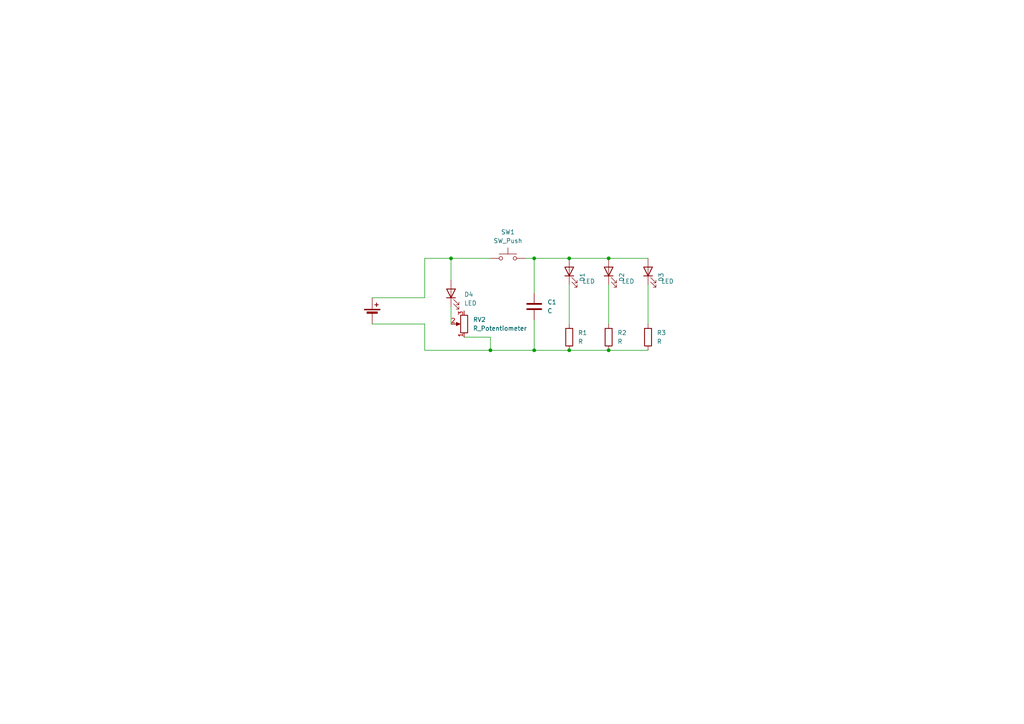
<source format=kicad_sch>
(kicad_sch
	(version 20250114)
	(generator "eeschema")
	(generator_version "9.0")
	(uuid "391ebee1-4319-49a6-b974-41465ffca26d")
	(paper "A4")
	(lib_symbols
		(symbol "Device:Battery_Cell"
			(pin_numbers
				(hide yes)
			)
			(pin_names
				(offset 0)
				(hide yes)
			)
			(exclude_from_sim no)
			(in_bom yes)
			(on_board yes)
			(property "Reference" "BT"
				(at 2.54 2.54 0)
				(effects
					(font
						(size 1.27 1.27)
					)
					(justify left)
				)
			)
			(property "Value" "Battery_Cell"
				(at 2.54 0 0)
				(effects
					(font
						(size 1.27 1.27)
					)
					(justify left)
				)
			)
			(property "Footprint" ""
				(at 0 1.524 90)
				(effects
					(font
						(size 1.27 1.27)
					)
					(hide yes)
				)
			)
			(property "Datasheet" "~"
				(at 0 1.524 90)
				(effects
					(font
						(size 1.27 1.27)
					)
					(hide yes)
				)
			)
			(property "Description" "Single-cell battery"
				(at 0 0 0)
				(effects
					(font
						(size 1.27 1.27)
					)
					(hide yes)
				)
			)
			(property "ki_keywords" "battery cell"
				(at 0 0 0)
				(effects
					(font
						(size 1.27 1.27)
					)
					(hide yes)
				)
			)
			(symbol "Battery_Cell_0_1"
				(rectangle
					(start -2.286 1.778)
					(end 2.286 1.524)
					(stroke
						(width 0)
						(type default)
					)
					(fill
						(type outline)
					)
				)
				(rectangle
					(start -1.524 1.016)
					(end 1.524 0.508)
					(stroke
						(width 0)
						(type default)
					)
					(fill
						(type outline)
					)
				)
				(polyline
					(pts
						(xy 0 1.778) (xy 0 2.54)
					)
					(stroke
						(width 0)
						(type default)
					)
					(fill
						(type none)
					)
				)
				(polyline
					(pts
						(xy 0 0.762) (xy 0 0)
					)
					(stroke
						(width 0)
						(type default)
					)
					(fill
						(type none)
					)
				)
				(polyline
					(pts
						(xy 0.762 3.048) (xy 1.778 3.048)
					)
					(stroke
						(width 0.254)
						(type default)
					)
					(fill
						(type none)
					)
				)
				(polyline
					(pts
						(xy 1.27 3.556) (xy 1.27 2.54)
					)
					(stroke
						(width 0.254)
						(type default)
					)
					(fill
						(type none)
					)
				)
			)
			(symbol "Battery_Cell_1_1"
				(pin passive line
					(at 0 5.08 270)
					(length 2.54)
					(name "+"
						(effects
							(font
								(size 1.27 1.27)
							)
						)
					)
					(number "1"
						(effects
							(font
								(size 1.27 1.27)
							)
						)
					)
				)
				(pin passive line
					(at 0 -2.54 90)
					(length 2.54)
					(name "-"
						(effects
							(font
								(size 1.27 1.27)
							)
						)
					)
					(number "2"
						(effects
							(font
								(size 1.27 1.27)
							)
						)
					)
				)
			)
			(embedded_fonts no)
		)
		(symbol "Device:C"
			(pin_numbers
				(hide yes)
			)
			(pin_names
				(offset 0.254)
			)
			(exclude_from_sim no)
			(in_bom yes)
			(on_board yes)
			(property "Reference" "C"
				(at 0.635 2.54 0)
				(effects
					(font
						(size 1.27 1.27)
					)
					(justify left)
				)
			)
			(property "Value" "C"
				(at 0.635 -2.54 0)
				(effects
					(font
						(size 1.27 1.27)
					)
					(justify left)
				)
			)
			(property "Footprint" ""
				(at 0.9652 -3.81 0)
				(effects
					(font
						(size 1.27 1.27)
					)
					(hide yes)
				)
			)
			(property "Datasheet" "~"
				(at 0 0 0)
				(effects
					(font
						(size 1.27 1.27)
					)
					(hide yes)
				)
			)
			(property "Description" "Unpolarized capacitor"
				(at 0 0 0)
				(effects
					(font
						(size 1.27 1.27)
					)
					(hide yes)
				)
			)
			(property "ki_keywords" "cap capacitor"
				(at 0 0 0)
				(effects
					(font
						(size 1.27 1.27)
					)
					(hide yes)
				)
			)
			(property "ki_fp_filters" "C_*"
				(at 0 0 0)
				(effects
					(font
						(size 1.27 1.27)
					)
					(hide yes)
				)
			)
			(symbol "C_0_1"
				(polyline
					(pts
						(xy -2.032 0.762) (xy 2.032 0.762)
					)
					(stroke
						(width 0.508)
						(type default)
					)
					(fill
						(type none)
					)
				)
				(polyline
					(pts
						(xy -2.032 -0.762) (xy 2.032 -0.762)
					)
					(stroke
						(width 0.508)
						(type default)
					)
					(fill
						(type none)
					)
				)
			)
			(symbol "C_1_1"
				(pin passive line
					(at 0 3.81 270)
					(length 2.794)
					(name "~"
						(effects
							(font
								(size 1.27 1.27)
							)
						)
					)
					(number "1"
						(effects
							(font
								(size 1.27 1.27)
							)
						)
					)
				)
				(pin passive line
					(at 0 -3.81 90)
					(length 2.794)
					(name "~"
						(effects
							(font
								(size 1.27 1.27)
							)
						)
					)
					(number "2"
						(effects
							(font
								(size 1.27 1.27)
							)
						)
					)
				)
			)
			(embedded_fonts no)
		)
		(symbol "Device:LED"
			(pin_numbers
				(hide yes)
			)
			(pin_names
				(offset 1.016)
				(hide yes)
			)
			(exclude_from_sim no)
			(in_bom yes)
			(on_board yes)
			(property "Reference" "D"
				(at 0 2.54 0)
				(effects
					(font
						(size 1.27 1.27)
					)
				)
			)
			(property "Value" "LED"
				(at 0 -2.54 0)
				(effects
					(font
						(size 1.27 1.27)
					)
				)
			)
			(property "Footprint" ""
				(at 0 0 0)
				(effects
					(font
						(size 1.27 1.27)
					)
					(hide yes)
				)
			)
			(property "Datasheet" "~"
				(at 0 0 0)
				(effects
					(font
						(size 1.27 1.27)
					)
					(hide yes)
				)
			)
			(property "Description" "Light emitting diode"
				(at 0 0 0)
				(effects
					(font
						(size 1.27 1.27)
					)
					(hide yes)
				)
			)
			(property "Sim.Pins" "1=K 2=A"
				(at 0 0 0)
				(effects
					(font
						(size 1.27 1.27)
					)
					(hide yes)
				)
			)
			(property "ki_keywords" "LED diode"
				(at 0 0 0)
				(effects
					(font
						(size 1.27 1.27)
					)
					(hide yes)
				)
			)
			(property "ki_fp_filters" "LED* LED_SMD:* LED_THT:*"
				(at 0 0 0)
				(effects
					(font
						(size 1.27 1.27)
					)
					(hide yes)
				)
			)
			(symbol "LED_0_1"
				(polyline
					(pts
						(xy -3.048 -0.762) (xy -4.572 -2.286) (xy -3.81 -2.286) (xy -4.572 -2.286) (xy -4.572 -1.524)
					)
					(stroke
						(width 0)
						(type default)
					)
					(fill
						(type none)
					)
				)
				(polyline
					(pts
						(xy -1.778 -0.762) (xy -3.302 -2.286) (xy -2.54 -2.286) (xy -3.302 -2.286) (xy -3.302 -1.524)
					)
					(stroke
						(width 0)
						(type default)
					)
					(fill
						(type none)
					)
				)
				(polyline
					(pts
						(xy -1.27 0) (xy 1.27 0)
					)
					(stroke
						(width 0)
						(type default)
					)
					(fill
						(type none)
					)
				)
				(polyline
					(pts
						(xy -1.27 -1.27) (xy -1.27 1.27)
					)
					(stroke
						(width 0.254)
						(type default)
					)
					(fill
						(type none)
					)
				)
				(polyline
					(pts
						(xy 1.27 -1.27) (xy 1.27 1.27) (xy -1.27 0) (xy 1.27 -1.27)
					)
					(stroke
						(width 0.254)
						(type default)
					)
					(fill
						(type none)
					)
				)
			)
			(symbol "LED_1_1"
				(pin passive line
					(at -3.81 0 0)
					(length 2.54)
					(name "K"
						(effects
							(font
								(size 1.27 1.27)
							)
						)
					)
					(number "1"
						(effects
							(font
								(size 1.27 1.27)
							)
						)
					)
				)
				(pin passive line
					(at 3.81 0 180)
					(length 2.54)
					(name "A"
						(effects
							(font
								(size 1.27 1.27)
							)
						)
					)
					(number "2"
						(effects
							(font
								(size 1.27 1.27)
							)
						)
					)
				)
			)
			(embedded_fonts no)
		)
		(symbol "Device:R"
			(pin_numbers
				(hide yes)
			)
			(pin_names
				(offset 0)
			)
			(exclude_from_sim no)
			(in_bom yes)
			(on_board yes)
			(property "Reference" "R"
				(at 2.032 0 90)
				(effects
					(font
						(size 1.27 1.27)
					)
				)
			)
			(property "Value" "R"
				(at 0 0 90)
				(effects
					(font
						(size 1.27 1.27)
					)
				)
			)
			(property "Footprint" ""
				(at -1.778 0 90)
				(effects
					(font
						(size 1.27 1.27)
					)
					(hide yes)
				)
			)
			(property "Datasheet" "~"
				(at 0 0 0)
				(effects
					(font
						(size 1.27 1.27)
					)
					(hide yes)
				)
			)
			(property "Description" "Resistor"
				(at 0 0 0)
				(effects
					(font
						(size 1.27 1.27)
					)
					(hide yes)
				)
			)
			(property "ki_keywords" "R res resistor"
				(at 0 0 0)
				(effects
					(font
						(size 1.27 1.27)
					)
					(hide yes)
				)
			)
			(property "ki_fp_filters" "R_*"
				(at 0 0 0)
				(effects
					(font
						(size 1.27 1.27)
					)
					(hide yes)
				)
			)
			(symbol "R_0_1"
				(rectangle
					(start -1.016 -2.54)
					(end 1.016 2.54)
					(stroke
						(width 0.254)
						(type default)
					)
					(fill
						(type none)
					)
				)
			)
			(symbol "R_1_1"
				(pin passive line
					(at 0 3.81 270)
					(length 1.27)
					(name "~"
						(effects
							(font
								(size 1.27 1.27)
							)
						)
					)
					(number "1"
						(effects
							(font
								(size 1.27 1.27)
							)
						)
					)
				)
				(pin passive line
					(at 0 -3.81 90)
					(length 1.27)
					(name "~"
						(effects
							(font
								(size 1.27 1.27)
							)
						)
					)
					(number "2"
						(effects
							(font
								(size 1.27 1.27)
							)
						)
					)
				)
			)
			(embedded_fonts no)
		)
		(symbol "Device:R_Potentiometer"
			(pin_names
				(offset 1.016)
				(hide yes)
			)
			(exclude_from_sim no)
			(in_bom yes)
			(on_board yes)
			(property "Reference" "RV"
				(at -4.445 0 90)
				(effects
					(font
						(size 1.27 1.27)
					)
				)
			)
			(property "Value" "R_Potentiometer"
				(at -2.54 0 90)
				(effects
					(font
						(size 1.27 1.27)
					)
				)
			)
			(property "Footprint" ""
				(at 0 0 0)
				(effects
					(font
						(size 1.27 1.27)
					)
					(hide yes)
				)
			)
			(property "Datasheet" "~"
				(at 0 0 0)
				(effects
					(font
						(size 1.27 1.27)
					)
					(hide yes)
				)
			)
			(property "Description" "Potentiometer"
				(at 0 0 0)
				(effects
					(font
						(size 1.27 1.27)
					)
					(hide yes)
				)
			)
			(property "ki_keywords" "resistor variable"
				(at 0 0 0)
				(effects
					(font
						(size 1.27 1.27)
					)
					(hide yes)
				)
			)
			(property "ki_fp_filters" "Potentiometer*"
				(at 0 0 0)
				(effects
					(font
						(size 1.27 1.27)
					)
					(hide yes)
				)
			)
			(symbol "R_Potentiometer_0_1"
				(rectangle
					(start 1.016 2.54)
					(end -1.016 -2.54)
					(stroke
						(width 0.254)
						(type default)
					)
					(fill
						(type none)
					)
				)
				(polyline
					(pts
						(xy 1.143 0) (xy 2.286 0.508) (xy 2.286 -0.508) (xy 1.143 0)
					)
					(stroke
						(width 0)
						(type default)
					)
					(fill
						(type outline)
					)
				)
				(polyline
					(pts
						(xy 2.54 0) (xy 1.524 0)
					)
					(stroke
						(width 0)
						(type default)
					)
					(fill
						(type none)
					)
				)
			)
			(symbol "R_Potentiometer_1_1"
				(pin passive line
					(at 0 3.81 270)
					(length 1.27)
					(name "1"
						(effects
							(font
								(size 1.27 1.27)
							)
						)
					)
					(number "1"
						(effects
							(font
								(size 1.27 1.27)
							)
						)
					)
				)
				(pin passive line
					(at 0 -3.81 90)
					(length 1.27)
					(name "3"
						(effects
							(font
								(size 1.27 1.27)
							)
						)
					)
					(number "3"
						(effects
							(font
								(size 1.27 1.27)
							)
						)
					)
				)
				(pin passive line
					(at 3.81 0 180)
					(length 1.27)
					(name "2"
						(effects
							(font
								(size 1.27 1.27)
							)
						)
					)
					(number "2"
						(effects
							(font
								(size 1.27 1.27)
							)
						)
					)
				)
			)
			(embedded_fonts no)
		)
		(symbol "Switch:SW_Push"
			(pin_numbers
				(hide yes)
			)
			(pin_names
				(offset 1.016)
				(hide yes)
			)
			(exclude_from_sim no)
			(in_bom yes)
			(on_board yes)
			(property "Reference" "SW"
				(at 1.27 2.54 0)
				(effects
					(font
						(size 1.27 1.27)
					)
					(justify left)
				)
			)
			(property "Value" "SW_Push"
				(at 0 -1.524 0)
				(effects
					(font
						(size 1.27 1.27)
					)
				)
			)
			(property "Footprint" ""
				(at 0 5.08 0)
				(effects
					(font
						(size 1.27 1.27)
					)
					(hide yes)
				)
			)
			(property "Datasheet" "~"
				(at 0 5.08 0)
				(effects
					(font
						(size 1.27 1.27)
					)
					(hide yes)
				)
			)
			(property "Description" "Push button switch, generic, two pins"
				(at 0 0 0)
				(effects
					(font
						(size 1.27 1.27)
					)
					(hide yes)
				)
			)
			(property "ki_keywords" "switch normally-open pushbutton push-button"
				(at 0 0 0)
				(effects
					(font
						(size 1.27 1.27)
					)
					(hide yes)
				)
			)
			(symbol "SW_Push_0_1"
				(circle
					(center -2.032 0)
					(radius 0.508)
					(stroke
						(width 0)
						(type default)
					)
					(fill
						(type none)
					)
				)
				(polyline
					(pts
						(xy 0 1.27) (xy 0 3.048)
					)
					(stroke
						(width 0)
						(type default)
					)
					(fill
						(type none)
					)
				)
				(circle
					(center 2.032 0)
					(radius 0.508)
					(stroke
						(width 0)
						(type default)
					)
					(fill
						(type none)
					)
				)
				(polyline
					(pts
						(xy 2.54 1.27) (xy -2.54 1.27)
					)
					(stroke
						(width 0)
						(type default)
					)
					(fill
						(type none)
					)
				)
				(pin passive line
					(at -5.08 0 0)
					(length 2.54)
					(name "1"
						(effects
							(font
								(size 1.27 1.27)
							)
						)
					)
					(number "1"
						(effects
							(font
								(size 1.27 1.27)
							)
						)
					)
				)
				(pin passive line
					(at 5.08 0 180)
					(length 2.54)
					(name "2"
						(effects
							(font
								(size 1.27 1.27)
							)
						)
					)
					(number "2"
						(effects
							(font
								(size 1.27 1.27)
							)
						)
					)
				)
			)
			(embedded_fonts no)
		)
	)
	(junction
		(at 165.1 74.93)
		(diameter 0)
		(color 0 0 0 0)
		(uuid "2f738887-ab50-496c-949b-b26a0c91a0cd")
	)
	(junction
		(at 165.1 101.6)
		(diameter 0)
		(color 0 0 0 0)
		(uuid "3ee607f9-c873-4641-aebe-f9d1cb35901b")
	)
	(junction
		(at 154.94 101.6)
		(diameter 0)
		(color 0 0 0 0)
		(uuid "481fa7ad-9918-4d06-b0ef-3f6ffe699334")
	)
	(junction
		(at 130.81 74.93)
		(diameter 0)
		(color 0 0 0 0)
		(uuid "84babb9b-06d5-41d7-a24f-99c7f53c35dc")
	)
	(junction
		(at 142.24 101.6)
		(diameter 0)
		(color 0 0 0 0)
		(uuid "c7a23d16-aa98-4c7c-b764-c6b121367ade")
	)
	(junction
		(at 154.94 74.93)
		(diameter 0)
		(color 0 0 0 0)
		(uuid "ef199d80-37ed-4ce8-b77c-c847b7bb4df6")
	)
	(junction
		(at 176.53 101.6)
		(diameter 0)
		(color 0 0 0 0)
		(uuid "f01eec62-4488-4bc1-b37d-b1c83262fd41")
	)
	(junction
		(at 176.53 74.93)
		(diameter 0)
		(color 0 0 0 0)
		(uuid "f9cdab60-828a-48a3-b416-7c8a084c289b")
	)
	(wire
		(pts
			(xy 130.81 88.9) (xy 130.81 93.98)
		)
		(stroke
			(width 0)
			(type default)
		)
		(uuid "2b786571-33de-4a41-ac22-7848e5b5ac4c")
	)
	(wire
		(pts
			(xy 154.94 92.71) (xy 154.94 101.6)
		)
		(stroke
			(width 0)
			(type default)
		)
		(uuid "2cab2a5c-9a6c-4bee-9a47-6ee87c301048")
	)
	(wire
		(pts
			(xy 107.95 86.36) (xy 123.19 86.36)
		)
		(stroke
			(width 0)
			(type default)
		)
		(uuid "2f1a66dc-71a7-44d8-8616-e42841d033da")
	)
	(wire
		(pts
			(xy 165.1 82.55) (xy 165.1 93.98)
		)
		(stroke
			(width 0)
			(type default)
		)
		(uuid "319952a0-aee3-4b8a-b795-472ccf369f03")
	)
	(wire
		(pts
			(xy 142.24 101.6) (xy 123.19 101.6)
		)
		(stroke
			(width 0)
			(type default)
		)
		(uuid "3578a25e-f080-4a66-9455-6798890fb764")
	)
	(wire
		(pts
			(xy 107.95 93.98) (xy 123.19 93.98)
		)
		(stroke
			(width 0)
			(type default)
		)
		(uuid "35fea39d-6140-47b6-b037-c0e8e454b33d")
	)
	(wire
		(pts
			(xy 152.4 74.93) (xy 154.94 74.93)
		)
		(stroke
			(width 0)
			(type default)
		)
		(uuid "501ab121-c9e3-4c63-aefb-5ab3e775a0ea")
	)
	(wire
		(pts
			(xy 165.1 101.6) (xy 176.53 101.6)
		)
		(stroke
			(width 0)
			(type default)
		)
		(uuid "5f3a2681-460a-4796-a289-d9c39d59e5dc")
	)
	(wire
		(pts
			(xy 176.53 82.55) (xy 176.53 93.98)
		)
		(stroke
			(width 0)
			(type default)
		)
		(uuid "688e0714-c96d-4900-be96-aeaf326074fb")
	)
	(wire
		(pts
			(xy 165.1 74.93) (xy 176.53 74.93)
		)
		(stroke
			(width 0)
			(type default)
		)
		(uuid "708b693e-6ab5-4b60-b2f4-7442e64a1265")
	)
	(wire
		(pts
			(xy 123.19 74.93) (xy 123.19 86.36)
		)
		(stroke
			(width 0)
			(type default)
		)
		(uuid "7dafead7-e027-4dd9-9165-f0b5cbfb9541")
	)
	(wire
		(pts
			(xy 154.94 74.93) (xy 165.1 74.93)
		)
		(stroke
			(width 0)
			(type default)
		)
		(uuid "84eb9d1a-5326-416a-bf3b-363741aeb1f0")
	)
	(wire
		(pts
			(xy 142.24 97.79) (xy 134.62 97.79)
		)
		(stroke
			(width 0)
			(type default)
		)
		(uuid "9bc159f6-4869-4ee9-b232-d99885d013e2")
	)
	(wire
		(pts
			(xy 123.19 74.93) (xy 130.81 74.93)
		)
		(stroke
			(width 0)
			(type default)
		)
		(uuid "b0dee580-c89d-4fb4-9528-c5a65495d088")
	)
	(wire
		(pts
			(xy 187.96 82.55) (xy 187.96 93.98)
		)
		(stroke
			(width 0)
			(type default)
		)
		(uuid "b89ffbb3-e606-40b6-950d-212b6557c94b")
	)
	(wire
		(pts
			(xy 123.19 101.6) (xy 123.19 93.98)
		)
		(stroke
			(width 0)
			(type default)
		)
		(uuid "c407bec0-0d29-424c-9d56-183338eb522a")
	)
	(wire
		(pts
			(xy 154.94 101.6) (xy 142.24 101.6)
		)
		(stroke
			(width 0)
			(type default)
		)
		(uuid "c58392fd-1270-409a-b609-6e8c0484bb6d")
	)
	(wire
		(pts
			(xy 154.94 85.09) (xy 154.94 74.93)
		)
		(stroke
			(width 0)
			(type default)
		)
		(uuid "d2a997f7-e793-4d54-bd86-ed63d603b09c")
	)
	(wire
		(pts
			(xy 130.81 74.93) (xy 130.81 81.28)
		)
		(stroke
			(width 0)
			(type default)
		)
		(uuid "d2f6e5f1-f9ab-4ef2-ac39-4c27228c54c3")
	)
	(wire
		(pts
			(xy 176.53 101.6) (xy 187.96 101.6)
		)
		(stroke
			(width 0)
			(type default)
		)
		(uuid "db03f85a-9d77-43e2-b036-b7f423796010")
	)
	(wire
		(pts
			(xy 130.81 74.93) (xy 142.24 74.93)
		)
		(stroke
			(width 0)
			(type default)
		)
		(uuid "dbe806d1-b9dc-469a-99c0-2b52bcb0cef3")
	)
	(wire
		(pts
			(xy 176.53 74.93) (xy 187.96 74.93)
		)
		(stroke
			(width 0)
			(type default)
		)
		(uuid "fb7a0708-9584-48ac-a6f2-c7c2ffefc4b9")
	)
	(wire
		(pts
			(xy 165.1 101.6) (xy 154.94 101.6)
		)
		(stroke
			(width 0)
			(type default)
		)
		(uuid "fc9e7f59-ce2e-4f7c-910c-04a044e3984e")
	)
	(wire
		(pts
			(xy 142.24 97.79) (xy 142.24 101.6)
		)
		(stroke
			(width 0)
			(type default)
		)
		(uuid "fdb78ac2-6958-4fc2-b624-5a7627a968af")
	)
	(symbol
		(lib_id "Device:Battery_Cell")
		(at 107.95 91.44 0)
		(unit 1)
		(exclude_from_sim no)
		(in_bom yes)
		(on_board yes)
		(dnp no)
		(uuid "035b1769-6a83-4c92-afb3-f1c1c6fa3827")
		(property "Reference" "BT1"
			(at 111.76 88.3284 0)
			(effects
				(font
					(size 1.27 1.27)
				)
				(justify left)
				(hide yes)
			)
		)
		(property "Value" "Battery_Cell"
			(at 113.538 96.774 0)
			(effects
				(font
					(size 1.27 1.27)
				)
				(justify left)
				(hide yes)
			)
		)
		(property "Footprint" "Battery:BatteryHolder_Keystone_3034_1x20mm"
			(at 107.95 89.916 90)
			(effects
				(font
					(size 1.27 1.27)
				)
				(hide yes)
			)
		)
		(property "Datasheet" "~"
			(at 107.95 89.916 90)
			(effects
				(font
					(size 1.27 1.27)
				)
				(hide yes)
			)
		)
		(property "Description" "Single-cell battery"
			(at 107.95 91.44 0)
			(effects
				(font
					(size 1.27 1.27)
				)
				(hide yes)
			)
		)
		(pin "2"
			(uuid "818f2478-f7c4-4280-9926-433585dfc3fd")
		)
		(pin "1"
			(uuid "46ea19ae-bd00-48ba-afae-2ed89688cbba")
		)
		(instances
			(project ""
				(path "/391ebee1-4319-49a6-b974-41465ffca26d"
					(reference "BT1")
					(unit 1)
				)
			)
		)
	)
	(symbol
		(lib_id "Device:LED")
		(at 176.53 78.74 90)
		(unit 1)
		(exclude_from_sim no)
		(in_bom yes)
		(on_board yes)
		(dnp no)
		(uuid "25b29ae4-b4ef-4a65-918d-7d9e761b741e")
		(property "Reference" "D2"
			(at 180.34 79.0574 0)
			(effects
				(font
					(size 1.27 1.27)
				)
				(justify right)
			)
		)
		(property "Value" "LED"
			(at 180.34 81.5974 90)
			(effects
				(font
					(size 1.27 1.27)
				)
				(justify right)
			)
		)
		(property "Footprint" "LED_THT:LED_D5.0mm"
			(at 176.53 78.74 0)
			(effects
				(font
					(size 1.27 1.27)
				)
				(hide yes)
			)
		)
		(property "Datasheet" "~"
			(at 176.53 78.74 0)
			(effects
				(font
					(size 1.27 1.27)
				)
				(hide yes)
			)
		)
		(property "Description" "Light emitting diode"
			(at 176.53 78.74 0)
			(effects
				(font
					(size 1.27 1.27)
				)
				(hide yes)
			)
		)
		(property "Sim.Pins" "1=K 2=A"
			(at 176.53 78.74 0)
			(effects
				(font
					(size 1.27 1.27)
				)
				(hide yes)
			)
		)
		(pin "1"
			(uuid "e2f72ea3-2623-4373-9b32-a1256687f2c2")
		)
		(pin "2"
			(uuid "2ab8cdd8-b1e2-4169-a16a-02bb121c19ca")
		)
		(instances
			(project "project-solder"
				(path "/391ebee1-4319-49a6-b974-41465ffca26d"
					(reference "D2")
					(unit 1)
				)
			)
		)
	)
	(symbol
		(lib_id "Device:R")
		(at 176.53 97.79 0)
		(unit 1)
		(exclude_from_sim no)
		(in_bom yes)
		(on_board yes)
		(dnp no)
		(fields_autoplaced yes)
		(uuid "2badd1f1-34f9-4abb-ae6a-431750448d0e")
		(property "Reference" "R2"
			(at 179.07 96.5199 0)
			(effects
				(font
					(size 1.27 1.27)
				)
				(justify left)
			)
		)
		(property "Value" "R"
			(at 179.07 99.0599 0)
			(effects
				(font
					(size 1.27 1.27)
				)
				(justify left)
			)
		)
		(property "Footprint" "Resistor_THT:R_Axial_DIN0207_L6.3mm_D2.5mm_P7.62mm_Horizontal"
			(at 174.752 97.79 90)
			(effects
				(font
					(size 1.27 1.27)
				)
				(hide yes)
			)
		)
		(property "Datasheet" "~"
			(at 176.53 97.79 0)
			(effects
				(font
					(size 1.27 1.27)
				)
				(hide yes)
			)
		)
		(property "Description" "Resistor"
			(at 176.53 97.79 0)
			(effects
				(font
					(size 1.27 1.27)
				)
				(hide yes)
			)
		)
		(pin "1"
			(uuid "cbf3aec1-cdd2-4748-9ce5-99f6ced68a90")
		)
		(pin "2"
			(uuid "243d7f60-d660-4c0f-84f3-9c24e1a82ec7")
		)
		(instances
			(project "project-solder"
				(path "/391ebee1-4319-49a6-b974-41465ffca26d"
					(reference "R2")
					(unit 1)
				)
			)
		)
	)
	(symbol
		(lib_id "Device:R_Potentiometer")
		(at 134.62 93.98 180)
		(unit 1)
		(exclude_from_sim no)
		(in_bom yes)
		(on_board yes)
		(dnp no)
		(fields_autoplaced yes)
		(uuid "2ef3471e-9a12-4227-b6b0-a31422dd47d7")
		(property "Reference" "RV2"
			(at 137.16 92.7099 0)
			(effects
				(font
					(size 1.27 1.27)
				)
				(justify right)
			)
		)
		(property "Value" "R_Potentiometer"
			(at 137.16 95.2499 0)
			(effects
				(font
					(size 1.27 1.27)
				)
				(justify right)
			)
		)
		(property "Footprint" "Potentiometer_THT:Potentiometer_Vishay_T73YP_Vertical"
			(at 134.62 93.98 0)
			(effects
				(font
					(size 1.27 1.27)
				)
				(hide yes)
			)
		)
		(property "Datasheet" "~"
			(at 134.62 93.98 0)
			(effects
				(font
					(size 1.27 1.27)
				)
				(hide yes)
			)
		)
		(property "Description" "Potentiometer"
			(at 134.62 93.98 0)
			(effects
				(font
					(size 1.27 1.27)
				)
				(hide yes)
			)
		)
		(pin "1"
			(uuid "a42890a4-a693-40cc-adab-93fd6e3c4418")
		)
		(pin "2"
			(uuid "538bf546-da30-4898-b37c-24dbd04c22b7")
		)
		(pin "3"
			(uuid "2db4ff44-4ccb-407f-9a54-1212c603e12f")
		)
		(instances
			(project "project-solder"
				(path "/391ebee1-4319-49a6-b974-41465ffca26d"
					(reference "RV2")
					(unit 1)
				)
			)
		)
	)
	(symbol
		(lib_id "Device:C")
		(at 154.94 88.9 0)
		(unit 1)
		(exclude_from_sim no)
		(in_bom yes)
		(on_board yes)
		(dnp no)
		(fields_autoplaced yes)
		(uuid "3dddd4ad-fc2e-4dd5-af1f-49ff2fab831c")
		(property "Reference" "C1"
			(at 158.75 87.6299 0)
			(effects
				(font
					(size 1.27 1.27)
				)
				(justify left)
			)
		)
		(property "Value" "C"
			(at 158.75 90.1699 0)
			(effects
				(font
					(size 1.27 1.27)
				)
				(justify left)
			)
		)
		(property "Footprint" "Capacitor_THT:CP_Radial_D8.0mm_P5.00mm"
			(at 155.9052 92.71 0)
			(effects
				(font
					(size 1.27 1.27)
				)
				(hide yes)
			)
		)
		(property "Datasheet" "~"
			(at 154.94 88.9 0)
			(effects
				(font
					(size 1.27 1.27)
				)
				(hide yes)
			)
		)
		(property "Description" "Unpolarized capacitor"
			(at 154.94 88.9 0)
			(effects
				(font
					(size 1.27 1.27)
				)
				(hide yes)
			)
		)
		(pin "2"
			(uuid "e3390406-484e-42b6-bb8b-9d9a1de3f2e8")
		)
		(pin "1"
			(uuid "edc2c8d6-91e3-4ff9-8ebd-c9336c436770")
		)
		(instances
			(project ""
				(path "/391ebee1-4319-49a6-b974-41465ffca26d"
					(reference "C1")
					(unit 1)
				)
			)
		)
	)
	(symbol
		(lib_id "Device:R")
		(at 187.96 97.79 0)
		(unit 1)
		(exclude_from_sim no)
		(in_bom yes)
		(on_board yes)
		(dnp no)
		(fields_autoplaced yes)
		(uuid "4ec875e2-8356-46c7-826e-91959ecb0a23")
		(property "Reference" "R3"
			(at 190.5 96.5199 0)
			(effects
				(font
					(size 1.27 1.27)
				)
				(justify left)
			)
		)
		(property "Value" "R"
			(at 190.5 99.0599 0)
			(effects
				(font
					(size 1.27 1.27)
				)
				(justify left)
			)
		)
		(property "Footprint" "Resistor_THT:R_Axial_DIN0207_L6.3mm_D2.5mm_P7.62mm_Horizontal"
			(at 186.182 97.79 90)
			(effects
				(font
					(size 1.27 1.27)
				)
				(hide yes)
			)
		)
		(property "Datasheet" "~"
			(at 187.96 97.79 0)
			(effects
				(font
					(size 1.27 1.27)
				)
				(hide yes)
			)
		)
		(property "Description" "Resistor"
			(at 187.96 97.79 0)
			(effects
				(font
					(size 1.27 1.27)
				)
				(hide yes)
			)
		)
		(pin "1"
			(uuid "d5cc7f4c-a4b3-4a52-bf0b-c82f042f2f09")
		)
		(pin "2"
			(uuid "fcfe355f-0455-4cfc-bfd6-cbb6f7749214")
		)
		(instances
			(project "project-solder"
				(path "/391ebee1-4319-49a6-b974-41465ffca26d"
					(reference "R3")
					(unit 1)
				)
			)
		)
	)
	(symbol
		(lib_id "Device:LED")
		(at 130.81 85.09 90)
		(unit 1)
		(exclude_from_sim no)
		(in_bom yes)
		(on_board yes)
		(dnp no)
		(fields_autoplaced yes)
		(uuid "7179bf79-611a-42e0-b012-60fd6bc1177b")
		(property "Reference" "D4"
			(at 134.62 85.4074 90)
			(effects
				(font
					(size 1.27 1.27)
				)
				(justify right)
			)
		)
		(property "Value" "LED"
			(at 134.62 87.9474 90)
			(effects
				(font
					(size 1.27 1.27)
				)
				(justify right)
			)
		)
		(property "Footprint" "LED_THT:LED_D5.0mm"
			(at 130.81 85.09 0)
			(effects
				(font
					(size 1.27 1.27)
				)
				(hide yes)
			)
		)
		(property "Datasheet" "~"
			(at 130.81 85.09 0)
			(effects
				(font
					(size 1.27 1.27)
				)
				(hide yes)
			)
		)
		(property "Description" "Light emitting diode"
			(at 130.81 85.09 0)
			(effects
				(font
					(size 1.27 1.27)
				)
				(hide yes)
			)
		)
		(property "Sim.Pins" "1=K 2=A"
			(at 130.81 85.09 0)
			(effects
				(font
					(size 1.27 1.27)
				)
				(hide yes)
			)
		)
		(pin "1"
			(uuid "ae8585c6-d660-4ee5-ba6d-e8902ef671ae")
		)
		(pin "2"
			(uuid "0defd30e-25c0-4526-8e82-9d1e71b9a725")
		)
		(instances
			(project ""
				(path "/391ebee1-4319-49a6-b974-41465ffca26d"
					(reference "D4")
					(unit 1)
				)
			)
		)
	)
	(symbol
		(lib_id "Switch:SW_Push")
		(at 147.32 74.93 0)
		(unit 1)
		(exclude_from_sim no)
		(in_bom yes)
		(on_board yes)
		(dnp no)
		(fields_autoplaced yes)
		(uuid "ae291c2e-ed6f-451f-98ad-a66b1dfefd66")
		(property "Reference" "SW1"
			(at 147.32 67.31 0)
			(effects
				(font
					(size 1.27 1.27)
				)
			)
		)
		(property "Value" "SW_Push"
			(at 147.32 69.85 0)
			(effects
				(font
					(size 1.27 1.27)
				)
			)
		)
		(property "Footprint" "Button_Switch_THT:SW_PUSH_6mm"
			(at 147.32 69.85 0)
			(effects
				(font
					(size 1.27 1.27)
				)
				(hide yes)
			)
		)
		(property "Datasheet" "~"
			(at 147.32 69.85 0)
			(effects
				(font
					(size 1.27 1.27)
				)
				(hide yes)
			)
		)
		(property "Description" "Push button switch, generic, two pins"
			(at 147.32 74.93 0)
			(effects
				(font
					(size 1.27 1.27)
				)
				(hide yes)
			)
		)
		(pin "1"
			(uuid "f7d7fe69-fe49-48d5-ae34-a2ca262ade7b")
		)
		(pin "2"
			(uuid "89cb15b2-a62b-499a-beea-960a422b6a4c")
		)
		(instances
			(project ""
				(path "/391ebee1-4319-49a6-b974-41465ffca26d"
					(reference "SW1")
					(unit 1)
				)
			)
		)
	)
	(symbol
		(lib_id "Device:LED")
		(at 165.1 78.74 90)
		(unit 1)
		(exclude_from_sim no)
		(in_bom yes)
		(on_board yes)
		(dnp no)
		(uuid "da6ef884-05d1-4571-a14c-32241bf9f08d")
		(property "Reference" "D1"
			(at 168.91 79.0574 0)
			(effects
				(font
					(size 1.27 1.27)
				)
				(justify right)
			)
		)
		(property "Value" "LED"
			(at 168.91 81.5974 90)
			(effects
				(font
					(size 1.27 1.27)
				)
				(justify right)
			)
		)
		(property "Footprint" "LED_THT:LED_D5.0mm"
			(at 165.1 78.74 0)
			(effects
				(font
					(size 1.27 1.27)
				)
				(hide yes)
			)
		)
		(property "Datasheet" "~"
			(at 165.1 78.74 0)
			(effects
				(font
					(size 1.27 1.27)
				)
				(hide yes)
			)
		)
		(property "Description" "Light emitting diode"
			(at 165.1 78.74 0)
			(effects
				(font
					(size 1.27 1.27)
				)
				(hide yes)
			)
		)
		(property "Sim.Pins" "1=K 2=A"
			(at 165.1 78.74 0)
			(effects
				(font
					(size 1.27 1.27)
				)
				(hide yes)
			)
		)
		(pin "1"
			(uuid "b53dd66b-2f14-46ab-b027-717c32aadd01")
		)
		(pin "2"
			(uuid "68ef61d5-96fa-4e0d-b7dd-e019e3056431")
		)
		(instances
			(project ""
				(path "/391ebee1-4319-49a6-b974-41465ffca26d"
					(reference "D1")
					(unit 1)
				)
			)
		)
	)
	(symbol
		(lib_id "Device:R")
		(at 165.1 97.79 0)
		(unit 1)
		(exclude_from_sim no)
		(in_bom yes)
		(on_board yes)
		(dnp no)
		(fields_autoplaced yes)
		(uuid "e7c70b19-190a-4fdd-95c1-12b889963816")
		(property "Reference" "R1"
			(at 167.64 96.5199 0)
			(effects
				(font
					(size 1.27 1.27)
				)
				(justify left)
			)
		)
		(property "Value" "R"
			(at 167.64 99.0599 0)
			(effects
				(font
					(size 1.27 1.27)
				)
				(justify left)
			)
		)
		(property "Footprint" "Resistor_THT:R_Axial_DIN0207_L6.3mm_D2.5mm_P7.62mm_Horizontal"
			(at 163.322 97.79 90)
			(effects
				(font
					(size 1.27 1.27)
				)
				(hide yes)
			)
		)
		(property "Datasheet" "~"
			(at 165.1 97.79 0)
			(effects
				(font
					(size 1.27 1.27)
				)
				(hide yes)
			)
		)
		(property "Description" "Resistor"
			(at 165.1 97.79 0)
			(effects
				(font
					(size 1.27 1.27)
				)
				(hide yes)
			)
		)
		(pin "1"
			(uuid "5c057219-ff1d-478e-8508-aa952fe2e88b")
		)
		(pin "2"
			(uuid "49239af1-60a5-4237-8954-9d70806a2a81")
		)
		(instances
			(project ""
				(path "/391ebee1-4319-49a6-b974-41465ffca26d"
					(reference "R1")
					(unit 1)
				)
			)
		)
	)
	(symbol
		(lib_id "Device:LED")
		(at 187.96 78.74 90)
		(unit 1)
		(exclude_from_sim no)
		(in_bom yes)
		(on_board yes)
		(dnp no)
		(uuid "ee5544e9-577c-4474-aafd-7e8e63f1fc69")
		(property "Reference" "D3"
			(at 191.77 79.0574 0)
			(effects
				(font
					(size 1.27 1.27)
				)
				(justify right)
			)
		)
		(property "Value" "LED"
			(at 191.77 81.5974 90)
			(effects
				(font
					(size 1.27 1.27)
				)
				(justify right)
			)
		)
		(property "Footprint" "LED_THT:LED_D5.0mm"
			(at 187.96 78.74 0)
			(effects
				(font
					(size 1.27 1.27)
				)
				(hide yes)
			)
		)
		(property "Datasheet" "~"
			(at 187.96 78.74 0)
			(effects
				(font
					(size 1.27 1.27)
				)
				(hide yes)
			)
		)
		(property "Description" "Light emitting diode"
			(at 187.96 78.74 0)
			(effects
				(font
					(size 1.27 1.27)
				)
				(hide yes)
			)
		)
		(property "Sim.Pins" "1=K 2=A"
			(at 187.96 78.74 0)
			(effects
				(font
					(size 1.27 1.27)
				)
				(hide yes)
			)
		)
		(pin "1"
			(uuid "09177045-fedc-4174-8804-10aab4d7d867")
		)
		(pin "2"
			(uuid "48de08a0-995f-417d-bb99-176333aa6948")
		)
		(instances
			(project "project-solder"
				(path "/391ebee1-4319-49a6-b974-41465ffca26d"
					(reference "D3")
					(unit 1)
				)
			)
		)
	)
	(sheet_instances
		(path "/"
			(page "1")
		)
	)
	(embedded_fonts no)
)

</source>
